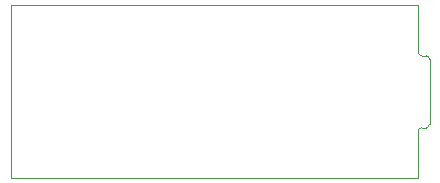
<source format=gbr>
%TF.GenerationSoftware,KiCad,Pcbnew,(6.0.7)*%
%TF.CreationDate,2023-03-11T05:38:16-08:00*%
%TF.ProjectId,ESP_SoC,4553505f-536f-4432-9e6b-696361645f70,rev?*%
%TF.SameCoordinates,Original*%
%TF.FileFunction,Profile,NP*%
%FSLAX46Y46*%
G04 Gerber Fmt 4.6, Leading zero omitted, Abs format (unit mm)*
G04 Created by KiCad (PCBNEW (6.0.7)) date 2023-03-11 05:38:16*
%MOMM*%
%LPD*%
G01*
G04 APERTURE LIST*
%TA.AperFunction,Profile*%
%ADD10C,0.038100*%
%TD*%
%TA.AperFunction,Profile*%
%ADD11C,0.100000*%
%TD*%
G04 APERTURE END LIST*
D10*
X98550000Y-106100000D02*
X133050000Y-106100000D01*
X98550000Y-91400000D02*
X133050000Y-91400000D01*
X133050000Y-94450000D02*
X133050000Y-91400000D01*
X133050000Y-103050000D02*
X133050000Y-106100000D01*
X98550000Y-91400000D02*
X98550000Y-106100000D01*
D11*
%TO.C,*%
X133710000Y-95700000D02*
X133350000Y-95700000D01*
X134010000Y-96000000D02*
X134010000Y-101500000D01*
X133050000Y-102100000D02*
X133050000Y-103050000D01*
X133710000Y-101800000D02*
X133350000Y-101800000D01*
X133050000Y-95400000D02*
X133050000Y-94450000D01*
X133350000Y-101800000D02*
G75*
G03*
X133050000Y-102100000I0J-300000D01*
G01*
X134010000Y-96000000D02*
G75*
G03*
X133710000Y-95700000I-300000J0D01*
G01*
X133050000Y-95400000D02*
G75*
G03*
X133350000Y-95700000I300000J0D01*
G01*
X133710000Y-101800000D02*
G75*
G03*
X134010000Y-101500000I0J300000D01*
G01*
%TD*%
M02*

</source>
